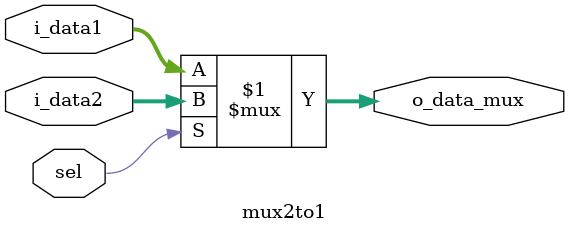
<source format=sv>
module mux2to1
#(parameter WIDTH = 24) (
   input logic  [WIDTH-1:0] i_data1, i_data2, 
	input logic 			    sel,
	output logic [WIDTH-1:0] o_data_mux
	
);

assign o_data_mux = sel ? i_data2 : i_data1;

endmodule 
</source>
